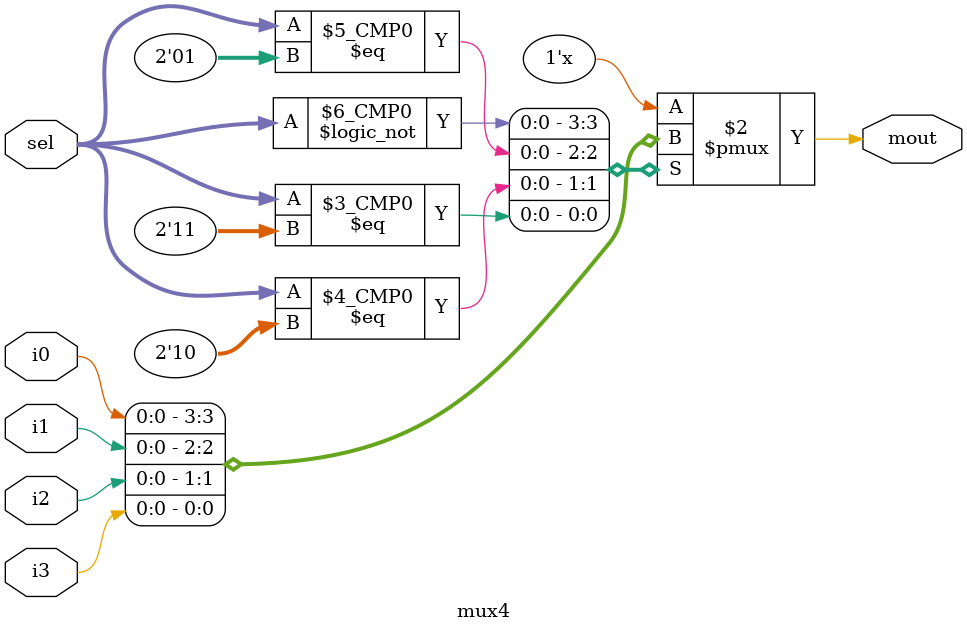
<source format=v>

module mux4 (
    // OUTPUTS
    output reg mout

    // INPUTS
    ,input i0
    ,input i1
    ,input i2
    ,input i3
    ,input [1:0] sel
    );

    always @(sel, i0, i1, i2, i3)
        case (sel)
            2'b00: mout = i0;
            2'b01: mout = i1;
            2'b10: mout = i2;
            2'b11: mout = i3;
        endcase
endmodule

</source>
